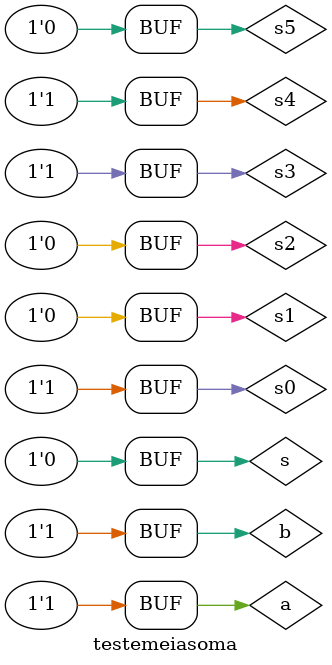
<source format=v>


module testemeiasoma;
reg a, b;
wire s1, s2, s3, s4, s5, s6, s, s0;

nand NAND1(s1, a, a);
nand NAND2(s2, b, b);
nand NAND3(s3, s1, b);
nand NAND4(s4, a, s2);
nand NAND5(s, s3, s4);
nand NAND6(s5, a, b);
nand NAND7(s0, s5, s5);

 // parte principal
  initial begin
      $display("Guia 03 - Exercicio 02");
		$display("Bruno Cesar Lopes Silva - 415985");
      $display("Meia Soma usando Nand");
      $display("\n a + b = s / vai um\n");
  		a=0; b=0;
		$monitor(" %b + %b = %b / %b", a, b, s, s0);
		#1 a=0; b=1;
		#1 a=1; b=0;
		#1 a=1; b=1;
		
		end
		
	endmodule // testemeiasoma
</source>
